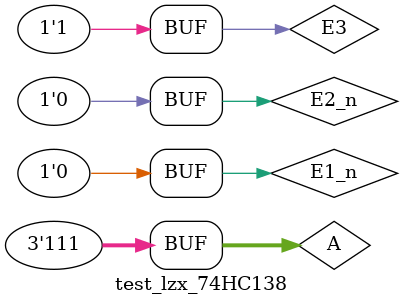
<source format=v>

module test_lzx_74HC138;

    reg        E1_n;
    reg        E2_n;
    reg        E3;
    reg  [2:0] A;
    wire [7:0] Y;

    lzx_74HC138 u6(
        .E1_n(E1_n),
        .E2_n(E2_n),
        .E3(E3),
        .A(A),
        .Y(Y)
    );

    initial begin
    
        E1_n = 1'b1; E2_n = 1'b0; E3 = 1'b1; A = 3'b000; #20;
        E1_n = 1'b0; E2_n = 1'b1; E3 = 1'b1; A = 3'b111; #20;
        E1_n = 1'b0; E2_n = 1'b0; E3 = 1'b0; A = 3'b010; #20;
        E1_n = 1'b1; E2_n = 1'b1; E3 = 1'b0; A = 3'b101; #20;

        E1_n = 1'b0; E2_n = 1'b0; E3 = 1'b1; A = 3'b000; #20;
        E1_n = 1'b0; E2_n = 1'b0; E3 = 1'b1; A = 3'b001; #20;
        E1_n = 1'b0; E2_n = 1'b0; E3 = 1'b1; A = 3'b010; #20;
        E1_n = 1'b0; E2_n = 1'b0; E3 = 1'b1; A = 3'b011; #20;
        E1_n = 1'b0; E2_n = 1'b0; E3 = 1'b1; A = 3'b100; #20;
        E1_n = 1'b0; E2_n = 1'b0; E3 = 1'b1; A = 3'b101; #20;
        E1_n = 1'b0; E2_n = 1'b0; E3 = 1'b1; A = 3'b110; #20;
        E1_n = 1'b0; E2_n = 1'b0; E3 = 1'b1; A = 3'b111; #20;

    end

endmodule
</source>
